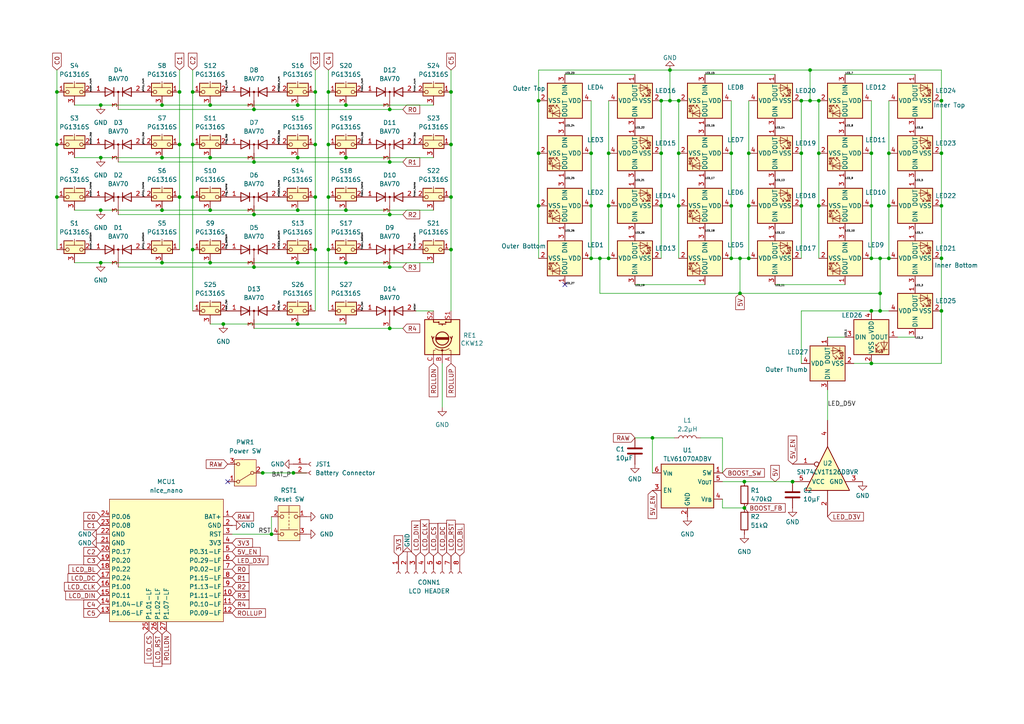
<source format=kicad_sch>
(kicad_sch (version 20250114) (generator "eeschema") (generator_version "9.0")
  (paper "A4")
  (junction (at 113.03 31.75))
  (junction (at 196.85 29.21))
  (junction (at 60.96 45.72))
  (junction (at 60.96 76.2))
  (junction (at 191.77 44.45))
  (junction (at 46.99 76.2))
  (junction (at 255.27 90.17))
  (junction (at 189.23 127))
  (junction (at 100.33 60.96))
  (junction (at 215.9 147.32))
  (junction (at 273.05 44.45))
  (junction (at 212.09 44.45))
  (junction (at 130.81 26.67))
  (junction (at 273.05 29.21))
  (junction (at 85.09 137.16))
  (junction (at 52.07 41.91))
  (junction (at 176.53 74.93))
  (junction (at 95.25 26.67))
  (junction (at 156.21 59.69))
  (junction (at 86.36 76.2))
  (junction (at 86.36 60.96))
  (junction (at 130.81 72.39))
  (junction (at 232.41 29.21))
  (junction (at 217.17 44.45))
  (junction (at 78.74 154.94))
  (junction (at 156.21 44.45))
  (junction (at 64.77 93.98))
  (junction (at 60.96 30.48))
  (junction (at 212.09 59.69))
  (junction (at 191.77 59.69))
  (junction (at 52.07 26.67))
  (junction (at 232.41 59.69))
  (junction (at 234.95 20.32))
  (junction (at 130.81 57.15))
  (junction (at 91.44 57.15))
  (junction (at 176.53 59.69))
  (junction (at 257.81 44.45))
  (junction (at 232.41 44.45))
  (junction (at 16.51 26.67))
  (junction (at 215.9 139.7))
  (junction (at 95.25 72.39))
  (junction (at 46.99 30.48))
  (junction (at 237.49 59.69))
  (junction (at 16.51 41.91))
  (junction (at 257.81 74.93))
  (junction (at 86.36 93.98))
  (junction (at 176.53 44.45))
  (junction (at 113.03 77.47))
  (junction (at 113.03 95.25))
  (junction (at 217.17 59.69))
  (junction (at 252.73 74.93))
  (junction (at 95.25 41.91))
  (junction (at 194.31 20.32))
  (junction (at 171.45 59.69))
  (junction (at 100.33 45.72))
  (junction (at 273.05 90.17))
  (junction (at 252.73 59.69))
  (junction (at 76.2 137.16))
  (junction (at 237.49 29.21))
  (junction (at 257.81 59.69))
  (junction (at 55.88 57.15))
  (junction (at 171.45 44.45))
  (junction (at 214.63 85.09))
  (junction (at 91.44 26.67))
  (junction (at 55.88 41.91))
  (junction (at 273.05 74.93))
  (junction (at 194.31 29.21))
  (junction (at 156.21 29.21))
  (junction (at 73.66 31.75))
  (junction (at 29.21 30.48))
  (junction (at 91.44 72.39))
  (junction (at 217.17 74.93))
  (junction (at 171.45 74.93))
  (junction (at 252.73 105.41))
  (junction (at 234.95 29.21))
  (junction (at 191.77 29.21))
  (junction (at 255.27 74.93))
  (junction (at 60.96 60.96))
  (junction (at 255.27 85.09))
  (junction (at 73.66 46.99))
  (junction (at 55.88 26.67))
  (junction (at 100.33 30.48))
  (junction (at 52.07 57.15))
  (junction (at 16.51 57.15))
  (junction (at 196.85 59.69))
  (junction (at 252.73 90.17))
  (junction (at 196.85 44.45))
  (junction (at 212.09 74.93))
  (junction (at 86.36 30.48))
  (junction (at 73.66 77.47))
  (junction (at 252.73 44.45))
  (junction (at 237.49 44.45))
  (junction (at 46.99 45.72))
  (junction (at 55.88 72.39))
  (junction (at 273.05 59.69))
  (junction (at 100.33 76.2))
  (junction (at 113.03 62.23))
  (junction (at 29.21 45.72))
  (junction (at 73.66 62.23))
  (junction (at 46.99 60.96))
  (junction (at 29.21 60.96))
  (junction (at 130.81 41.91))
  (junction (at 229.87 139.7))
  (junction (at 95.25 57.15))
  (junction (at 173.99 74.93))
  (junction (at 86.36 45.72))
  (junction (at 29.21 76.2))
  (junction (at 91.44 41.91))
  (junction (at 113.03 46.99))
  (junction (at 214.63 74.93))
  (no_connect (at 163.83 82.55))
  (no_connect (at 66.04 139.7))
  (wire (pts (xy 113.03 31.75) (xy 116.84 31.75)))
  (wire (pts (xy 88.9 137.16) (xy 85.09 137.16)))
  (wire (pts (xy 29.21 60.96) (xy 46.99 60.96)))
  (wire (pts (xy 34.29 77.47) (xy 73.66 77.47)))
  (wire (pts (xy 55.88 72.39) (xy 55.88 90.17)))
  (wire (pts (xy 86.36 93.98) (xy 100.33 93.98)))
  (wire (pts (xy 217.17 44.45) (xy 217.17 59.69)))
  (wire (pts (xy 184.15 82.55) (xy 204.47 82.55)))
  (wire (pts (xy 60.96 30.48) (xy 86.36 30.48)))
  (wire (pts (xy 46.99 76.2) (xy 60.96 76.2)))
  (wire (pts (xy 176.53 74.93) (xy 173.99 74.93)))
  (wire (pts (xy 156.21 29.21) (xy 156.21 44.45)))
  (wire (pts (xy 130.81 57.15) (xy 130.81 72.39)))
  (wire (pts (xy 91.44 57.15) (xy 91.44 72.39)))
  (wire (pts (xy 196.85 44.45) (xy 196.85 29.21)))
  (wire (pts (xy 212.09 29.21) (xy 212.09 44.45)))
  (wire (pts (xy 73.66 77.47) (xy 113.03 77.47)))
  (wire (pts (xy 273.05 44.45) (xy 273.05 59.69)))
  (wire (pts (xy 257.81 29.21) (xy 257.81 44.45)))
  (wire (pts (xy 214.63 74.93) (xy 212.09 74.93)))
  (wire (pts (xy 173.99 74.93) (xy 171.45 74.93)))
  (wire (pts (xy 260.35 97.79) (xy 265.43 97.79)))
  (wire (pts (xy 194.31 20.32) (xy 194.31 29.21)))
  (wire (pts (xy 95.25 72.39) (xy 95.25 90.17)))
  (wire (pts (xy 209.55 139.7) (xy 215.9 139.7)))
  (wire (pts (xy 91.44 41.91) (xy 91.44 57.15)))
  (wire (pts (xy 29.21 45.72) (xy 46.99 45.72)))
  (wire (pts (xy 252.73 59.69) (xy 252.73 74.93)))
  (wire (pts (xy 130.81 72.39) (xy 130.81 90.17)))
  (wire (pts (xy 156.21 59.69) (xy 156.21 74.93)))
  (wire (pts (xy 232.41 59.69) (xy 232.41 44.45)))
  (wire (pts (xy 214.63 85.09) (xy 255.27 85.09)))
  (wire (pts (xy 156.21 20.32) (xy 156.21 29.21)))
  (wire (pts (xy 173.99 85.09) (xy 173.99 74.93)))
  (wire (pts (xy 156.21 44.45) (xy 156.21 59.69)))
  (wire (pts (xy 91.44 26.67) (xy 91.44 41.91)))
  (wire (pts (xy 78.74 149.86) (xy 78.74 154.94)))
  (wire (pts (xy 128.27 118.11) (xy 128.27 105.41)))
  (wire (pts (xy 252.73 44.45) (xy 252.73 59.69)))
  (wire (pts (xy 113.03 46.99) (xy 116.84 46.99)))
  (wire (pts (xy 255.27 90.17) (xy 257.81 90.17)))
  (wire (pts (xy 21.59 45.72) (xy 29.21 45.72)))
  (wire (pts (xy 237.49 29.21) (xy 237.49 44.45)))
  (wire (pts (xy 176.53 29.21) (xy 176.53 44.45)))
  (wire (pts (xy 273.05 29.21) (xy 273.05 20.32)))
  (wire (pts (xy 232.41 105.41) (xy 232.41 90.17)))
  (wire (pts (xy 189.23 127) (xy 189.23 137.16)))
  (wire (pts (xy 240.03 113.03) (xy 240.03 121.92)))
  (wire (pts (xy 116.84 62.23) (xy 113.03 62.23)))
  (wire (pts (xy 257.81 59.69) (xy 257.81 74.93)))
  (wire (pts (xy 240.03 97.79) (xy 245.11 97.79)))
  (wire (pts (xy 196.85 59.69) (xy 196.85 44.45)))
  (wire (pts (xy 209.55 147.32) (xy 215.9 147.32)))
  (wire (pts (xy 21.59 76.2) (xy 29.21 76.2)))
  (wire (pts (xy 273.05 105.41) (xy 252.73 105.41)))
  (wire (pts (xy 55.88 20.32) (xy 55.88 26.67)))
  (wire (pts (xy 95.25 26.67) (xy 95.25 41.91)))
  (wire (pts (xy 214.63 85.09) (xy 214.63 74.93)))
  (wire (pts (xy 194.31 20.32) (xy 234.95 20.32)))
  (wire (pts (xy 113.03 95.25) (xy 73.66 95.25)))
  (wire (pts (xy 16.51 57.15) (xy 16.51 72.39)))
  (wire (pts (xy 60.96 93.98) (xy 64.77 93.98)))
  (wire (pts (xy 237.49 59.69) (xy 237.49 74.93)))
  (wire (pts (xy 100.33 45.72) (xy 125.73 45.72)))
  (wire (pts (xy 191.77 59.69) (xy 191.77 74.93)))
  (wire (pts (xy 46.99 45.72) (xy 60.96 45.72)))
  (wire (pts (xy 46.99 30.48) (xy 60.96 30.48)))
  (wire (pts (xy 16.51 41.91) (xy 16.51 57.15)))
  (wire (pts (xy 130.81 41.91) (xy 130.81 57.15)))
  (wire (pts (xy 86.36 45.72) (xy 100.33 45.72)))
  (wire (pts (xy 73.66 46.99) (xy 113.03 46.99)))
  (wire (pts (xy 60.96 60.96) (xy 86.36 60.96)))
  (wire (pts (xy 34.29 62.23) (xy 73.66 62.23)))
  (wire (pts (xy 52.07 57.15) (xy 52.07 72.39)))
  (wire (pts (xy 130.81 26.67) (xy 130.81 41.91)))
  (wire (pts (xy 217.17 74.93) (xy 214.63 74.93)))
  (wire (pts (xy 64.77 93.98) (xy 86.36 93.98)))
  (wire (pts (xy 203.2 127) (xy 209.55 127)))
  (wire (pts (xy 217.17 29.21) (xy 217.17 44.45)))
  (wire (pts (xy 176.53 44.45) (xy 176.53 59.69)))
  (wire (pts (xy 171.45 59.69) (xy 171.45 74.93)))
  (wire (pts (xy 232.41 29.21) (xy 234.95 29.21)))
  (wire (pts (xy 215.9 139.7) (xy 229.87 139.7)))
  (wire (pts (xy 52.07 20.32) (xy 52.07 26.67)))
  (wire (pts (xy 55.88 26.67) (xy 55.88 41.91)))
  (wire (pts (xy 16.51 26.67) (xy 16.51 41.91)))
  (wire (pts (xy 224.79 82.55) (xy 245.11 82.55)))
  (wire (pts (xy 232.41 44.45) (xy 232.41 29.21)))
  (wire (pts (xy 252.73 90.17) (xy 255.27 90.17)))
  (wire (pts (xy 273.05 90.17) (xy 273.05 105.41)))
  (wire (pts (xy 29.21 76.2) (xy 46.99 76.2)))
  (wire (pts (xy 255.27 85.09) (xy 255.27 74.93)))
  (wire (pts (xy 116.84 77.47) (xy 113.03 77.47)))
  (wire (pts (xy 21.59 60.96) (xy 29.21 60.96)))
  (wire (pts (xy 194.31 29.21) (xy 191.77 29.21)))
  (wire (pts (xy 194.31 20.32) (xy 156.21 20.32)))
  (wire (pts (xy 245.11 21.59) (xy 265.43 21.59)))
  (wire (pts (xy 91.44 72.39) (xy 91.44 90.17)))
  (wire (pts (xy 100.33 76.2) (xy 125.73 76.2)))
  (wire (pts (xy 273.05 59.69) (xy 273.05 74.93)))
  (wire (pts (xy 52.07 26.67) (xy 52.07 41.91)))
  (wire (pts (xy 232.41 74.93) (xy 232.41 59.69)))
  (wire (pts (xy 100.33 30.48) (xy 125.73 30.48)))
  (wire (pts (xy 217.17 59.69) (xy 217.17 74.93)))
  (wire (pts (xy 86.36 60.96) (xy 100.33 60.96)))
  (wire (pts (xy 60.96 45.72) (xy 86.36 45.72)))
  (wire (pts (xy 232.41 90.17) (xy 252.73 90.17)))
  (wire (pts (xy 255.27 85.09) (xy 255.27 90.17)))
  (wire (pts (xy 76.2 137.16) (xy 85.09 137.16)))
  (wire (pts (xy 171.45 44.45) (xy 171.45 59.69)))
  (wire (pts (xy 237.49 44.45) (xy 237.49 59.69)))
  (wire (pts (xy 212.09 44.45) (xy 212.09 59.69)))
  (wire (pts (xy 34.29 46.99) (xy 73.66 46.99)))
  (wire (pts (xy 234.95 29.21) (xy 234.95 20.32)))
  (wire (pts (xy 46.99 60.96) (xy 60.96 60.96)))
  (wire (pts (xy 273.05 74.93) (xy 273.05 90.17)))
  (wire (pts (xy 34.29 31.75) (xy 73.66 31.75)))
  (wire (pts (xy 196.85 74.93) (xy 196.85 59.69)))
  (wire (pts (xy 273.05 20.32) (xy 234.95 20.32)))
  (wire (pts (xy 273.05 29.21) (xy 273.05 44.45)))
  (wire (pts (xy 60.96 76.2) (xy 86.36 76.2)))
  (wire (pts (xy 184.15 127) (xy 189.23 127)))
  (wire (pts (xy 73.66 31.75) (xy 113.03 31.75)))
  (wire (pts (xy 252.73 74.93) (xy 255.27 74.93)))
  (wire (pts (xy 95.25 57.15) (xy 95.25 72.39)))
  (wire (pts (xy 125.73 90.17) (xy 120.65 90.17)))
  (wire (pts (xy 130.81 20.32) (xy 130.81 26.67)))
  (wire (pts (xy 16.51 20.32) (xy 16.51 26.67)))
  (wire (pts (xy 191.77 29.21) (xy 191.77 44.45)))
  (wire (pts (xy 252.73 29.21) (xy 252.73 44.45)))
  (wire (pts (xy 176.53 59.69) (xy 176.53 74.93)))
  (wire (pts (xy 204.47 21.59) (xy 224.79 21.59)))
  (wire (pts (xy 52.07 41.91) (xy 52.07 57.15)))
  (wire (pts (xy 212.09 59.69) (xy 212.09 74.93)))
  (wire (pts (xy 214.63 85.09) (xy 173.99 85.09)))
  (wire (pts (xy 21.59 30.48) (xy 29.21 30.48)))
  (wire (pts (xy 86.36 76.2) (xy 100.33 76.2)))
  (wire (pts (xy 100.33 60.96) (xy 125.73 60.96)))
  (wire (pts (xy 247.65 105.41) (xy 252.73 105.41)))
  (wire (pts (xy 209.55 144.78) (xy 209.55 147.32)))
  (wire (pts (xy 95.25 41.91) (xy 95.25 57.15)))
  (wire (pts (xy 55.88 41.91) (xy 55.88 57.15)))
  (wire (pts (xy 171.45 29.21) (xy 171.45 44.45)))
  (wire (pts (xy 91.44 20.32) (xy 91.44 26.67)))
  (wire (pts (xy 209.55 127) (xy 209.55 137.16)))
  (wire (pts (xy 74.93 137.16) (xy 76.2 137.16)))
  (wire (pts (xy 95.25 20.32) (xy 95.25 26.67)))
  (wire (pts (xy 86.36 30.48) (xy 100.33 30.48)))
  (wire (pts (xy 194.31 29.21) (xy 196.85 29.21)))
  (wire (pts (xy 163.83 21.59) (xy 184.15 21.59)))
  (wire (pts (xy 257.81 44.45) (xy 257.81 59.69)))
  (wire (pts (xy 189.23 127) (xy 195.58 127)))
  (wire (pts (xy 55.88 57.15) (xy 55.88 72.39)))
  (wire (pts (xy 73.66 62.23) (xy 113.03 62.23)))
  (wire (pts (xy 191.77 44.45) (xy 191.77 59.69)))
  (wire (pts (xy 116.84 95.25) (xy 113.03 95.25)))
  (wire (pts (xy 234.95 29.21) (xy 237.49 29.21)))
  (wire (pts (xy 67.31 154.94) (xy 78.74 154.94)))
  (wire (pts (xy 29.21 30.48) (xy 46.99 30.48)))
  (wire (pts (xy 255.27 74.93) (xy 257.81 74.93)))
  (label "LED_1" (at 245.11 97.79 90) (effects (font (size 0.5 0.5))))
  (label "outer_num" (at 26.67 26.67 90) (effects (font (size 0.5 0.5))))
  (label "LED_17" (at 204.47 52.07 0) (effects (font (size 0.5 0.5))))
  (label "inner_top" (at 120.65 41.91 90) (effects (font (size 0.5 0.5))))
  (label "LED_15" (at 204.47 21.59 0) (effects (font (size 0.5 0.5))))
  (label "LED_18" (at 204.47 67.31 0) (effects (font (size 0.5 0.5))))
  (label "pinky_num" (at 41.91 26.67 90) (effects (font (size 0.5 0.5))))
  (label "near_fan" (at 66.04 90.17 90) (effects (font (size 0.5 0.5))))
  (label "pinky_home" (at 41.91 57.15 90) (effects (font (size 0.5 0.5))))
  (label "LED_27" (at 163.83 82.55 0) (effects (font (size 0.5 0.5))))
  (label "inner_home" (at 120.65 57.15 90) (effects (font (size 0.5 0.5))))
  (label "index_bottom" (at 105.41 72.39 90) (effects (font (size 0.5 0.5))))
  (label "LED_D5V" (at 240.03 118.11 0))
  (label "LED_2" (at 265.43 97.79 0) (effects (font (size 0.5 0.5))))
  (label "LED_13" (at 224.79 52.07 0) (effects (font (size 0.5 0.5))))
  (label "LED_22" (at 184.15 36.83 0) (effects (font (size 0.5 0.5))))
  (label "index_top" (at 105.41 41.91 90) (effects (font (size 0.5 0.5))))
  (label "LED_19" (at 184.15 82.55 0) (effects (font (size 0.5 0.5))))
  (label "LED_26" (at 163.83 67.31 0) (effects (font (size 0.5 0.5))))
  (label "LED_20" (at 184.15 67.31 0) (effects (font (size 0.5 0.5))))
  (label "index_home" (at 105.41 57.15 90) (effects (font (size 0.5 0.5))))
  (label "pinky_top" (at 41.91 41.91 90) (effects (font (size 0.5 0.5))))
  (label "LED_25" (at 163.83 52.07 0) (effects (font (size 0.5 0.5))))
  (label "middle_bottom" (at 81.28 72.39 90) (effects (font (size 0.5 0.5))))
  (label "LED_11" (at 224.79 82.55 0) (effects (font (size 0.5 0.5))))
  (label "ring_top" (at 66.04 41.91 90) (effects (font (size 0.5 0.5))))
  (label "outer_home" (at 26.67 57.15 90) (effects (font (size 0.5 0.5))))
  (label "LED_21" (at 184.15 52.07 0) (effects (font (size 0.5 0.5))))
  (label "LED_24" (at 163.83 36.83 0) (effects (font (size 0.5 0.5))))
  (label "ring_bottom" (at 66.04 72.39 90) (effects (font (size 0.5 0.5))))
  (label "ring_num" (at 66.04 26.67 90) (effects (font (size 0.5 0.5))))
  (label "LED_6" (at 265.43 36.83 0) (effects (font (size 0.5 0.5))))
  (label "LED_16" (at 204.47 36.83 0) (effects (font (size 0.5 0.5))))
  (label "LED_7" (at 245.11 21.59 0) (effects (font (size 0.5 0.5))))
  (label "LED_8" (at 245.11 36.83 0) (effects (font (size 0.5 0.5))))
  (label "LED_3" (at 265.43 82.55 0) (effects (font (size 0.5 0.5))))
  (label "LED_4" (at 265.43 67.31 0) (effects (font (size 0.5 0.5))))
  (label "index_num" (at 105.41 26.67 90) (effects (font (size 0.5 0.5))))
  (label "outer_top" (at 26.67 41.91 90) (effects (font (size 0.5 0.5))))
  (label "mid_fan" (at 81.28 90.17 90) (effects (font (size 0.5 0.5))))
  (label "middle_num" (at 81.28 26.67 90) (effects (font (size 0.5 0.5))))
  (label "LED_10" (at 245.11 67.31 0) (effects (font (size 0.5 0.5))))
  (label "LED_23" (at 163.83 21.59 0) (effects (font (size 0.5 0.5))))
  (label "LED_14" (at 224.79 36.83 0) (effects (font (size 0.5 0.5))))
  (label "outer_bottom" (at 26.67 72.39 90) (effects (font (size 0.5 0.5))))
  (label "far_fan" (at 105.41 90.17 90) (effects (font (size 0.5 0.5))))
  (label "LED_12" (at 224.79 67.31 0) (effects (font (size 0.5 0.5))))
  (label "roller" (at 120.65 90.17 90) (effects (font (size 0.5 0.5))))
  (label "pinky_bottom" (at 41.91 72.39 90) (effects (font (size 0.5 0.5))))
  (label "inner_bottom" (at 120.65 72.39 90) (effects (font (size 0.5 0.5))))
  (label "middle_home" (at 81.28 57.15 90) (effects (font (size 0.5 0.5))))
  (label "ring_home" (at 66.04 57.15 90) (effects (font (size 0.5 0.5))))
  (label "LED_9" (at 245.11 52.07 0) (effects (font (size 0.5 0.5))))
  (label "inner_num" (at 120.65 26.67 90) (effects (font (size 0.5 0.5))))
  (label "middle_top" (at 81.28 41.91 90) (effects (font (size 0.5 0.5))))
  (label "BAT_P" (at 78.74 137.16 0))
  (label "LED_5" (at 265.43 52.07 0) (effects (font (size 0.5 0.5))))
  (label "RST" (at 74.93 154.94 0))
  (global_label "BOOST_FB" (shape input) (at 215.9 147.32 0) (property "Intersheetrefs" "${INTERSHEET_REFS}" (effects (hide yes))))
  (global_label "LCD_DC" (shape input) (at 29.21 167.64 180) (property "Intersheetrefs" "${INTERSHEET_REFS}" (effects (hide yes))))
  (global_label "5V" (shape input) (at 214.63 85.09 270) (property "Intersheetrefs" "${INTERSHEET_REFS}" (effects (hide yes))))
  (global_label "R4" (shape input) (at 116.84 95.25 0) (property "Intersheetrefs" "${INTERSHEET_REFS}" (effects (hide yes))))
  (global_label "3V3" (shape input) (at 67.31 157.48 0) (property "Intersheetrefs" "${INTERSHEET_REFS}" (effects (hide yes))))
  (global_label "5V" (shape input) (at 224.79 139.7 90) (property "Intersheetrefs" "${INTERSHEET_REFS}" (effects (hide yes))))
  (global_label "LCD_DIN" (shape input) (at 120.65 161.29 90) (property "Intersheetrefs" "${INTERSHEET_REFS}" (effects (hide yes))))
  (global_label "R1" (shape input) (at 116.84 46.99 0) (property "Intersheetrefs" "${INTERSHEET_REFS}" (effects (hide yes))))
  (global_label "R4" (shape input) (at 67.31 175.26 0) (property "Intersheetrefs" "${INTERSHEET_REFS}" (effects (hide yes))))
  (global_label "LCD_BL" (shape input) (at 133.35 161.29 90) (property "Intersheetrefs" "${INTERSHEET_REFS}" (effects (hide yes))))
  (global_label "LCD_DC" (shape input) (at 128.27 161.29 90) (property "Intersheetrefs" "${INTERSHEET_REFS}" (effects (hide yes))))
  (global_label "LED_D3V" (shape input) (at 240.03 149.86 0) (property "Intersheetrefs" "${INTERSHEET_REFS}" (effects (hide yes))))
  (global_label "5V_EN" (shape input) (at 189.23 142.24 270) (property "Intersheetrefs" "${INTERSHEET_REFS}" (effects (hide yes))))
  (global_label "ROLLDN" (shape input) (at 48.26 182.88 270) (property "Intersheetrefs" "${INTERSHEET_REFS}" (effects (hide yes))))
  (global_label "C4" (shape input) (at 29.21 175.26 180) (property "Intersheetrefs" "${INTERSHEET_REFS}" (effects (hide yes))))
  (global_label "C1" (shape input) (at 29.21 152.4 180) (property "Intersheetrefs" "${INTERSHEET_REFS}" (effects (hide yes))))
  (global_label "C3" (shape input) (at 29.21 162.56 180) (property "Intersheetrefs" "${INTERSHEET_REFS}" (effects (hide yes))))
  (global_label "LCD_RST" (shape input) (at 45.72 182.88 270) (property "Intersheetrefs" "${INTERSHEET_REFS}" (effects (hide yes))))
  (global_label "R2" (shape input) (at 67.31 170.18 0) (property "Intersheetrefs" "${INTERSHEET_REFS}" (effects (hide yes))))
  (global_label "R0" (shape input) (at 116.84 31.75 0) (property "Intersheetrefs" "${INTERSHEET_REFS}" (effects (hide yes))))
  (global_label "R1" (shape input) (at 67.31 167.64 0) (property "Intersheetrefs" "${INTERSHEET_REFS}" (effects (hide yes))))
  (global_label "5V_EN" (shape input) (at 67.31 160.02 0) (property "Intersheetrefs" "${INTERSHEET_REFS}" (effects (hide yes))))
  (global_label "R2" (shape input) (at 116.84 62.23 0) (property "Intersheetrefs" "${INTERSHEET_REFS}" (effects (hide yes))))
  (global_label "LCD_BL" (shape input) (at 29.21 165.1 180) (property "Intersheetrefs" "${INTERSHEET_REFS}" (effects (hide yes))))
  (global_label "C2" (shape input) (at 55.88 20.32 90) (property "Intersheetrefs" "${INTERSHEET_REFS}" (effects (hide yes))))
  (global_label "RAW" (shape input) (at 67.31 149.86 0) (property "Intersheetrefs" "${INTERSHEET_REFS}" (effects (hide yes))))
  (global_label "RAW" (shape input) (at 66.04 134.62 180) (property "Intersheetrefs" "${INTERSHEET_REFS}" (effects (hide yes))))
  (global_label "LCD_DIN" (shape input) (at 29.21 172.72 180) (property "Intersheetrefs" "${INTERSHEET_REFS}" (effects (hide yes))))
  (global_label "ROLLUP" (shape input) (at 130.81 105.41 270) (property "Intersheetrefs" "${INTERSHEET_REFS}" (effects (hide yes))))
  (global_label "C3" (shape input) (at 91.44 20.32 90) (property "Intersheetrefs" "${INTERSHEET_REFS}" (effects (hide yes))))
  (global_label "R3" (shape input) (at 116.84 77.47 0) (property "Intersheetrefs" "${INTERSHEET_REFS}" (effects (hide yes))))
  (global_label "C0" (shape input) (at 16.51 20.32 90) (property "Intersheetrefs" "${INTERSHEET_REFS}" (effects (hide yes))))
  (global_label "LCD_CLK" (shape input) (at 29.21 170.18 180) (property "Intersheetrefs" "${INTERSHEET_REFS}" (effects (hide yes))))
  (global_label "LCD_CS" (shape input) (at 43.18 182.88 270) (property "Intersheetrefs" "${INTERSHEET_REFS}" (effects (hide yes))))
  (global_label "BOOST_SW" (shape input) (at 209.55 137.16 0) (property "Intersheetrefs" "${INTERSHEET_REFS}" (effects (hide yes))))
  (global_label "C4" (shape input) (at 95.25 20.32 90) (property "Intersheetrefs" "${INTERSHEET_REFS}" (effects (hide yes))))
  (global_label "C5" (shape input) (at 130.81 20.32 90) (property "Intersheetrefs" "${INTERSHEET_REFS}" (effects (hide yes))))
  (global_label "R0" (shape input) (at 67.31 165.1 0) (property "Intersheetrefs" "${INTERSHEET_REFS}" (effects (hide yes))))
  (global_label "ROLLUP" (shape input) (at 67.31 177.8 0) (property "Intersheetrefs" "${INTERSHEET_REFS}" (effects (hide yes))))
  (global_label "R3" (shape input) (at 67.31 172.72 0) (property "Intersheetrefs" "${INTERSHEET_REFS}" (effects (hide yes))))
  (global_label "C2" (shape input) (at 29.21 160.02 180) (property "Intersheetrefs" "${INTERSHEET_REFS}" (effects (hide yes))))
  (global_label "LED_D3V" (shape input) (at 67.31 162.56 0) (property "Intersheetrefs" "${INTERSHEET_REFS}" (effects (hide yes))))
  (global_label "ROLLDN" (shape input) (at 125.73 105.41 270) (property "Intersheetrefs" "${INTERSHEET_REFS}" (effects (hide yes))))
  (global_label "RAW" (shape input) (at 184.15 127 180) (property "Intersheetrefs" "${INTERSHEET_REFS}" (effects (hide yes))))
  (global_label "5V_EN" (shape input) (at 229.87 134.62 90) (property "Intersheetrefs" "${INTERSHEET_REFS}" (effects (hide yes))))
  (global_label "3V3" (shape input) (at 115.57 161.29 90) (property "Intersheetrefs" "${INTERSHEET_REFS}" (effects (hide yes))))
  (global_label "C5" (shape input) (at 29.21 177.8 180) (property "Intersheetrefs" "${INTERSHEET_REFS}" (effects (hide yes))))
  (global_label "LCD_CLK" (shape input) (at 123.19 161.29 90) (property "Intersheetrefs" "${INTERSHEET_REFS}" (effects (hide yes))))
  (global_label "LCD_CS" (shape input) (at 125.73 161.29 90) (property "Intersheetrefs" "${INTERSHEET_REFS}" (effects (hide yes))))
  (global_label "LCD_RST" (shape input) (at 130.81 161.29 90) (property "Intersheetrefs" "${INTERSHEET_REFS}" (effects (hide yes))))
  (global_label "C1" (shape input) (at 52.07 20.32 90) (property "Intersheetrefs" "${INTERSHEET_REFS}" (effects (hide yes))))
  (global_label "C0" (shape input) (at 29.21 149.86 180) (property "Intersheetrefs" "${INTERSHEET_REFS}" (effects (hide yes))))
  (symbol (lib_id "Diode:BAV70") (at 73.66 41.91 0) (unit 1)
    (property "Reference" "D7" (at 73.66 35.56 0))
    (property "Value" "BAV70" (at 73.66 38.1 0))
    (property "Footprint" "BAV70 SOT23" (effects (hide yes)))
    (property "Datasheet" "https://assets.nexperia.com/documents/data-sheet/BAV70_SER.pdf" (effects (hide yes)))
    (property "Description" "Dual 100V 215mA high-speed switching diodes, common cathode, SOT-23" (effects (hide yes)))
  )
  (symbol (lib_id "Device:L") (at 199.39 127 90) (unit 1)
    (property "Reference" "L1" (at 199.39 121.92 90))
    (property "Value" "2.2μH" (at 199.39 124.46 90))
    (property "Footprint" "huntercook:L_CJIANG_FTC404030S_4.1x4.1x3.0_SMD" (effects (hide yes)))
    (property "Description" "Inductor" (effects (hide yes)))
  )
  (symbol (lib_id "Diode:BAV70") (at 34.29 26.67 0) (unit 1)
    (property "Reference" "D4" (at 34.29 20.32 0))
    (property "Value" "BAV70" (at 34.29 22.86 0))
    (property "Footprint" "BAV70 SOT23" (effects (hide yes)))
    (property "Datasheet" "https://assets.nexperia.com/documents/data-sheet/BAV70_SER.pdf" (effects (hide yes)))
    (property "Description" "Dual 100V 215mA high-speed switching diodes, common cathode, SOT-23" (effects (hide yes)))
  )
  (symbol (lib_id "Diode:BAV70") (at 113.03 72.39 0) (unit 1)
    (property "Reference" "D9" (at 113.03 66.04 0))
    (property "Value" "BAV70" (at 113.03 68.58 0))
    (property "Footprint" "BAV70 SOT23" (effects (hide yes)))
    (property "Datasheet" "https://assets.nexperia.com/documents/data-sheet/BAV70_SER.pdf" (effects (hide yes)))
    (property "Description" "Dual 100V 215mA high-speed switching diodes, common cathode, SOT-23" (effects (hide yes)))
  )
  (symbol (lib_id "LED:WS2812B-2020") (at 224.79 59.69 90) (unit 1)
    (property "Reference" "LED18" (at 233.68 56.7846 90))
    (property "Value" "WS2812B-2020" (effects (hide yes)))
    (property "Footprint" "LED_WS2812B-2020_PLCC4_2.0x2.0mm" (effects (hide yes)))
    (property "Datasheet" "https://cdn-shop.adafruit.com/product-files/4684/4684_WS2812B-2020_V1.3_EN.pdf" (effects (hide yes)))
    (property "Description" "RGB LED with integrated controller, 2.0 x 2.0 mm, 12 mA" (effects (hide yes)))
  )
  (symbol (lib_id "LED:WS2812B-2020") (at 204.47 59.69 270) (unit 1)
    (property "Reference" "LED6" (at 213.36 55.8098 90))
    (property "Value" "WS2812B-2020" (effects (hide yes)))
    (property "Footprint" "LED_WS2812B-2020_PLCC4_2.0x2.0mm" (effects (hide yes)))
    (property "Datasheet" "https://cdn-shop.adafruit.com/product-files/4684/4684_WS2812B-2020_V1.3_EN.pdf" (effects (hide yes)))
    (property "Description" "RGB LED with integrated controller, 2.0 x 2.0 mm, 12 mA" (effects (hide yes)))
  )
  (symbol (lib_id "LED:WS2812B-2020") (at 224.79 29.21 90) (unit 1)
    (property "Reference" "LED20" (at 233.68 26.3046 90))
    (property "Value" "WS2812B-2020" (effects (hide yes)))
    (property "Footprint" "LED_WS2812B-2020_PLCC4_2.0x2.0mm" (effects (hide yes)))
    (property "Datasheet" "https://cdn-shop.adafruit.com/product-files/4684/4684_WS2812B-2020_V1.3_EN.pdf" (effects (hide yes)))
    (property "Description" "RGB LED with integrated controller, 2.0 x 2.0 mm, 12 mA" (effects (hide yes)))
  )
  (symbol (lib_id "huntercooh:PG1316S") (at 46.99 41.91 0) (mirror y) (unit 1)
    (property "Reference" "S7" (at 46.99 34.29 0))
    (property "Value" "PG1316S" (at 46.99 36.83 0))
    (property "Footprint" "PG1316S" (effects (hide yes)))
    (property "Description" "Kailh PG1316S ultra-low-profile keyswitch" (effects (hide yes)))
  )
  (symbol (lib_id "huntercooh:PG1316S") (at 125.73 41.91 0) (mirror y) (unit 1)
    (property "Reference" "S23" (at 125.73 34.29 0))
    (property "Value" "PG1316S" (at 125.73 36.83 0))
    (property "Footprint" "PG1316S" (effects (hide yes)))
    (property "Description" "Kailh PG1316S ultra-low-profile keyswitch" (effects (hide yes)))
  )
  (symbol (lib_id "huntercooh:PG1316S") (at 125.73 72.39 0) (mirror y) (unit 1)
    (property "Reference" "S21" (at 125.73 64.77 0))
    (property "Value" "PG1316S" (at 125.73 67.31 0))
    (property "Footprint" "PG1316S" (effects (hide yes)))
    (property "Description" "Kailh PG1316S ultra-low-profile keyswitch" (effects (hide yes)))
  )
  (symbol (lib_id "LED:WS2812B-2020") (at 163.83 29.21 270) (unit 1)
    (property "Reference" "LED4" (at 172.72 25.3298 90))
    (property "Value" "Outer Top" (at 153.416 25.654 90))
    (property "Footprint" "LED_WS2812B-2020_PLCC4_2.0x2.0mm" (effects (hide yes)))
    (property "Datasheet" "https://cdn-shop.adafruit.com/product-files/4684/4684_WS2812B-2020_V1.3_EN.pdf" (effects (hide yes)))
    (property "Description" "RGB LED with integrated controller, 2.0 x 2.0 mm, 12 mA" (effects (hide yes)))
  )
  (symbol (lib_id "huntercooh:PG1316S") (at 21.59 26.67 0) (unit 1)
    (property "Reference" "S4" (at 21.59 19.05 0))
    (property "Value" "PG1316S" (at 21.59 21.59 0))
    (property "Footprint" "PG1316S" (effects (hide yes)))
    (property "Description" "Kailh PG1316S ultra-low-profile keyswitch" (effects (hide yes)))
  )
  (symbol (lib_id "Connector:Conn_01x02_Socket") (at 90.17 134.62 0) (unit 1)
    (property "Reference" "JST1" (at 91.44 134.6199 0) (effects (justify left)))
    (property "Value" "Battery Connector" (at 91.44 137.1599 0) (effects (justify left)))
    (property "Footprint" "ceoloide:battery_connector_jst_ph_2" (effects (hide yes)))
    (property "Description" "Generic connector, single row, 01x02, script generated" (effects (hide yes)))
  )
  (symbol (lib_id "LED:WS2812B-2020") (at 184.15 29.21 90) (unit 1)
    (property "Reference" "LED16" (at 193.04 26.3046 90))
    (property "Value" "WS2812B-2020" (effects (hide yes)))
    (property "Footprint" "LED_WS2812B-2020_PLCC4_2.0x2.0mm" (effects (hide yes)))
    (property "Datasheet" "https://cdn-shop.adafruit.com/product-files/4684/4684_WS2812B-2020_V1.3_EN.pdf" (effects (hide yes)))
    (property "Description" "RGB LED with integrated controller, 2.0 x 2.0 mm, 12 mA" (effects (hide yes)))
  )
  (symbol (lib_id "power:GND") (at 184.15 134.62 0) (unit 1)
    (property "Reference" "#PWR07" (effects (hide yes)))
    (property "Value" "GND" (at 184.15 138.938 0))
    (property "Description" "Power symbol creates a global label with name \"GND\" , ground" (effects (hide yes)))
  )
  (symbol (lib_id "huntercooh:PG1316S") (at 46.99 26.67 0) (mirror y) (unit 1)
    (property "Reference" "S8" (at 46.99 19.05 0))
    (property "Value" "PG1316S" (at 46.99 21.59 0))
    (property "Footprint" "PG1316S" (effects (hide yes)))
    (property "Description" "Kailh PG1316S ultra-low-profile keyswitch" (effects (hide yes)))
  )
  (symbol (lib_id "power:GND") (at 215.9 154.94 0) (unit 1)
    (property "Reference" "#PWR09" (effects (hide yes)))
    (property "Value" "GND" (at 215.9 160.02 0))
    (property "Description" "Power symbol creates a global label with name \"GND\" , ground" (effects (hide yes)))
  )
  (symbol (lib_id "power:GND") (at 29.21 60.96 0) (unit 1)
    (property "Reference" "#PWR04" (effects (hide yes)))
    (property "Value" "GND" (at 29.21 66.04 0))
    (property "Description" "Power symbol creates a global label with name \"GND\" , ground" (effects (hide yes)))
  )
  (symbol (lib_id "power:GND") (at 250.19 139.7 0) (unit 1)
    (property "Reference" "#PWR011" (effects (hide yes)))
    (property "Value" "GND" (at 250.19 143.764 0))
    (property "Description" "Power symbol creates a global label with name \"GND\" , ground" (effects (hide yes)))
  )
  (symbol (lib_id "power:GND") (at 128.27 118.11 0) (unit 1)
    (property "Reference" "#PWR01" (effects (hide yes)))
    (property "Value" "GND" (at 128.27 123.19 0))
    (property "Description" "Power symbol creates a global label with name \"GND\" , ground" (effects (hide yes)))
  )
  (symbol (lib_id "Device:C") (at 184.15 130.81 0) (unit 1)
    (property "Reference" "C1" (at 178.562 130.302 0) (effects (justify left)))
    (property "Value" "10μF" (at 178.562 132.842 0) (effects (justify left)))
    (property "Footprint" "Capacitor_SMD:C_0603_1608Metric" (effects (hide yes)))
    (property "Description" "Unpolarized capacitor" (effects (hide yes)))
  )
  (symbol (lib_id "LED:WS2812B-2020") (at 224.79 74.93 90) (unit 1)
    (property "Reference" "LED17" (at 233.68 72.0246 90))
    (property "Value" "WS2812B-2020" (effects (hide yes)))
    (property "Footprint" "LED_WS2812B-2020_PLCC4_2.0x2.0mm" (effects (hide yes)))
    (property "Datasheet" "https://cdn-shop.adafruit.com/product-files/4684/4684_WS2812B-2020_V1.3_EN.pdf" (effects (hide yes)))
    (property "Description" "RGB LED with integrated controller, 2.0 x 2.0 mm, 12 mA" (effects (hide yes)))
  )
  (symbol (lib_id "Diode:BAV70") (at 113.03 26.67 0) (unit 1)
    (property "Reference" "D12" (at 113.03 20.32 0))
    (property "Value" "BAV70" (at 113.03 22.86 0))
    (property "Footprint" "BAV70 SOT23" (effects (hide yes)))
    (property "Datasheet" "https://assets.nexperia.com/documents/data-sheet/BAV70_SER.pdf" (effects (hide yes)))
    (property "Description" "Dual 100V 215mA high-speed switching diodes, common cathode, SOT-23" (effects (hide yes)))
  )
  (symbol (lib_id "Diode:BAV70") (at 34.29 57.15 0) (unit 1)
    (property "Reference" "D2" (at 34.29 50.8 0))
    (property "Value" "BAV70" (at 34.29 53.34 0))
    (property "Footprint" "BAV70 SOT23" (effects (hide yes)))
    (property "Datasheet" "https://assets.nexperia.com/documents/data-sheet/BAV70_SER.pdf" (effects (hide yes)))
    (property "Description" "Dual 100V 215mA high-speed switching diodes, common cathode, SOT-23" (effects (hide yes)))
  )
  (symbol (lib_id "huntercooh:PG1316S") (at 125.73 57.15 0) (mirror y) (unit 1)
    (property "Reference" "S22" (at 125.73 49.53 0))
    (property "Value" "PG1316S" (at 125.73 52.07 0))
    (property "Footprint" "PG1316S" (effects (hide yes)))
    (property "Description" "Kailh PG1316S ultra-low-profile keyswitch" (effects (hide yes)))
  )
  (symbol (lib_id "huntercooh:PG1316S") (at 100.33 41.91 0) (unit 1)
    (property "Reference" "S19" (at 100.33 34.29 0))
    (property "Value" "PG1316S" (at 100.33 36.83 0))
    (property "Footprint" "PG1316S" (effects (hide yes)))
    (property "Description" "Kailh PG1316S ultra-low-profile keyswitch" (effects (hide yes)))
  )
  (symbol (lib_id "huntercooh:PG1316S") (at 21.59 72.39 0) (unit 1)
    (property "Reference" "S1" (at 21.59 64.77 0))
    (property "Value" "PG1316S" (at 21.59 67.31 0))
    (property "Footprint" "PG1316S" (effects (hide yes)))
    (property "Description" "Kailh PG1316S ultra-low-profile keyswitch" (effects (hide yes)))
  )
  (symbol (lib_id "LED:WS2812B-2020") (at 265.43 90.17 90) (unit 1)
    (property "Reference" "LED25" (at 274.32 87.2646 90))
    (property "Value" "WS2812B-2020" (effects (hide yes)))
    (property "Footprint" "LED_WS2812B-2020_PLCC4_2.0x2.0mm" (effects (hide yes)))
    (property "Datasheet" "https://cdn-shop.adafruit.com/product-files/4684/4684_WS2812B-2020_V1.3_EN.pdf" (effects (hide yes)))
    (property "Description" "RGB LED with integrated controller, 2.0 x 2.0 mm, 12 mA" (effects (hide yes)))
  )
  (symbol (lib_id "LED:WS2812B-2020") (at 184.15 59.69 90) (unit 1)
    (property "Reference" "LED14" (at 193.04 56.7846 90))
    (property "Value" "WS2812B-2020" (effects (hide yes)))
    (property "Footprint" "LED_WS2812B-2020_PLCC4_2.0x2.0mm" (effects (hide yes)))
    (property "Datasheet" "https://cdn-shop.adafruit.com/product-files/4684/4684_WS2812B-2020_V1.3_EN.pdf" (effects (hide yes)))
    (property "Description" "RGB LED with integrated controller, 2.0 x 2.0 mm, 12 mA" (effects (hide yes)))
  )
  (symbol (lib_id "LED:WS2812B-2020") (at 163.83 74.93 270) (unit 1)
    (property "Reference" "LED1" (at 172.72 71.0498 90))
    (property "Value" "Outer Bottom" (at 151.892 71.374 90))
    (property "Footprint" "LED_WS2812B-2020_PLCC4_2.0x2.0mm" (effects (hide yes)))
    (property "Datasheet" "https://cdn-shop.adafruit.com/product-files/4684/4684_WS2812B-2020_V1.3_EN.pdf" (effects (hide yes)))
    (property "Description" "RGB LED with integrated controller, 2.0 x 2.0 mm, 12 mA" (effects (hide yes)))
  )
  (symbol (lib_id "power:GND") (at 29.21 45.72 0) (unit 1)
    (property "Reference" "#PWR05" (effects (hide yes)))
    (property "Value" "GND" (at 29.21 50.8 0))
    (property "Description" "Power symbol creates a global label with name \"GND\" , ground" (effects (hide yes)))
  )
  (symbol (lib_id "Diode:BAV70") (at 113.03 90.17 0) (unit 1)
    (property "Reference" "D14" (at 113.03 83.82 0))
    (property "Value" "BAV70" (at 113.03 86.36 0))
    (property "Footprint" "BAV70 SOT23" (effects (hide yes)))
    (property "Datasheet" "https://assets.nexperia.com/documents/data-sheet/BAV70_SER.pdf" (effects (hide yes)))
    (property "Description" "Dual 100V 215mA high-speed switching diodes, common cathode, SOT-23" (effects (hide yes)))
  )
  (symbol (lib_id "LED:WS2812B-2020") (at 184.15 74.93 90) (unit 1)
    (property "Reference" "LED13" (at 193.04 72.0246 90))
    (property "Value" "WS2812B-2020" (effects (hide yes)))
    (property "Footprint" "LED_WS2812B-2020_PLCC4_2.0x2.0mm" (effects (hide yes)))
    (property "Datasheet" "https://cdn-shop.adafruit.com/product-files/4684/4684_WS2812B-2020_V1.3_EN.pdf" (effects (hide yes)))
    (property "Description" "RGB LED with integrated controller, 2.0 x 2.0 mm, 12 mA" (effects (hide yes)))
  )
  (symbol (lib_id "huntercooh:PG1316S") (at 100.33 57.15 0) (unit 1)
    (property "Reference" "S18" (at 100.33 49.53 0))
    (property "Value" "PG1316S" (at 100.33 52.07 0))
    (property "Footprint" "PG1316S" (effects (hide yes)))
    (property "Description" "Kailh PG1316S ultra-low-profile keyswitch" (effects (hide yes)))
  )
  (symbol (lib_id "Diode:BAV70") (at 34.29 41.91 0) (unit 1)
    (property "Reference" "D3" (at 34.29 35.56 0))
    (property "Value" "BAV70" (at 34.29 38.1 0))
    (property "Footprint" "BAV70 SOT23" (effects (hide yes)))
    (property "Datasheet" "https://assets.nexperia.com/documents/data-sheet/BAV70_SER.pdf" (effects (hide yes)))
    (property "Description" "Dual 100V 215mA high-speed switching diodes, common cathode, SOT-23" (effects (hide yes)))
  )
  (symbol (lib_id "LED:WS2812B-2020") (at 245.11 59.69 270) (unit 1)
    (property "Reference" "LED10" (at 254 55.8098 90))
    (property "Value" "WS2812B-2020" (effects (hide yes)))
    (property "Footprint" "LED_WS2812B-2020_PLCC4_2.0x2.0mm" (effects (hide yes)))
    (property "Datasheet" "https://cdn-shop.adafruit.com/product-files/4684/4684_WS2812B-2020_V1.3_EN.pdf" (effects (hide yes)))
    (property "Description" "RGB LED with integrated controller, 2.0 x 2.0 mm, 12 mA" (effects (hide yes)))
  )
  (symbol (lib_id "LED:WS2812B-2020") (at 184.15 44.45 90) (unit 1)
    (property "Reference" "LED15" (at 193.04 41.5446 90))
    (property "Value" "WS2812B-2020" (effects (hide yes)))
    (property "Footprint" "LED_WS2812B-2020_PLCC4_2.0x2.0mm" (effects (hide yes)))
    (property "Datasheet" "https://cdn-shop.adafruit.com/product-files/4684/4684_WS2812B-2020_V1.3_EN.pdf" (effects (hide yes)))
    (property "Description" "RGB LED with integrated controller, 2.0 x 2.0 mm, 12 mA" (effects (hide yes)))
  )
  (symbol (lib_id "huntercooh:PG1316S") (at 46.99 57.15 0) (mirror y) (unit 1)
    (property "Reference" "S6" (at 46.99 49.53 0))
    (property "Value" "PG1316S" (at 46.99 52.07 0))
    (property "Footprint" "PG1316S" (effects (hide yes)))
    (property "Description" "Kailh PG1316S ultra-low-profile keyswitch" (effects (hide yes)))
  )
  (symbol (lib_id "huntercooh:nice_nano") (at 48.26 163.83 0) (unit 1) (in_bom no)
    (property "Reference" "MCU1" (at 48.26 139.7 0))
    (property "Value" "nice_nano" (at 48.26 142.24 0))
    (property "Footprint" "ceoloide:mcu_nice_nano" (effects (hide yes)))
    (property "Datasheet" "https://nicekeyboards.com/docs/nice-nano/pinout-schematic" (effects (hide yes)))
    (property "Description" "Symbol for an nicekeyboards nice!nano" (effects (hide yes)))
  )
  (symbol (lib_id "LED:WS2812B-2020") (at 265.43 44.45 90) (unit 1)
    (property "Reference" "LED23" (at 274.32 41.5446 90))
    (property "Value" "WS2812B-2020" (effects (hide yes)))
    (property "Footprint" "LED_WS2812B-2020_PLCC4_2.0x2.0mm" (effects (hide yes)))
    (property "Datasheet" "https://cdn-shop.adafruit.com/product-files/4684/4684_WS2812B-2020_V1.3_EN.pdf" (effects (hide yes)))
    (property "Description" "RGB LED with integrated controller, 2.0 x 2.0 mm, 12 mA" (effects (hide yes)))
  )
  (symbol (lib_id "Diode:BAV70") (at 73.66 90.17 0) (unit 1)
    (property "Reference" "D13" (at 73.66 83.82 0))
    (property "Value" "BAV70" (at 73.66 86.36 0))
    (property "Footprint" "BAV70 SOT23" (effects (hide yes)))
    (property "Datasheet" "https://assets.nexperia.com/documents/data-sheet/BAV70_SER.pdf" (effects (hide yes)))
    (property "Description" "Dual 100V 215mA high-speed switching diodes, common cathode, SOT-23" (effects (hide yes)))
  )
  (symbol (lib_id "LED:WS2812B-2020") (at 245.11 44.45 270) (unit 1)
    (property "Reference" "LED11" (at 254 40.5698 90))
    (property "Value" "WS2812B-2020" (effects (hide yes)))
    (property "Footprint" "LED_WS2812B-2020_PLCC4_2.0x2.0mm" (effects (hide yes)))
    (property "Datasheet" "https://cdn-shop.adafruit.com/product-files/4684/4684_WS2812B-2020_V1.3_EN.pdf" (effects (hide yes)))
    (property "Description" "RGB LED with integrated controller, 2.0 x 2.0 mm, 12 mA" (effects (hide yes)))
  )
  (symbol (lib_id "LED:WS2812B-2020") (at 245.11 29.21 270) (unit 1)
    (property "Reference" "LED12" (at 254 25.3298 90))
    (property "Value" "WS2812B-2020" (effects (hide yes)))
    (property "Footprint" "LED_WS2812B-2020_PLCC4_2.0x2.0mm" (effects (hide yes)))
    (property "Datasheet" "https://cdn-shop.adafruit.com/product-files/4684/4684_WS2812B-2020_V1.3_EN.pdf" (effects (hide yes)))
    (property "Description" "RGB LED with integrated controller, 2.0 x 2.0 mm, 12 mA" (effects (hide yes)))
  )
  (symbol (lib_id "Device:C") (at 229.87 143.51 0) (unit 1)
    (property "Reference" "C2" (at 232.918 142.24 0) (effects (justify left)))
    (property "Value" "10μF" (at 232.918 144.78 0) (effects (justify left)))
    (property "Footprint" "Capacitor_SMD:C_0603_1608Metric" (effects (hide yes)))
    (property "Description" "Unpolarized capacitor" (effects (hide yes)))
  )
  (symbol (lib_id "power:GND") (at 194.31 20.32 180) (unit 1)
    (property "Reference" "#PWR019" (effects (hide yes)))
    (property "Value" "GND" (at 194.31 16.764 0))
    (property "Description" "Power symbol creates a global label with name \"GND\" , ground" (effects (hide yes)))
  )
  (symbol (lib_id "huntercooh:PG1316S") (at 60.96 57.15 0) (unit 1)
    (property "Reference" "S10" (at 60.96 49.53 0))
    (property "Value" "PG1316S" (at 60.96 52.07 0))
    (property "Footprint" "PG1316S" (effects (hide yes)))
    (property "Description" "Kailh PG1316S ultra-low-profile keyswitch" (effects (hide yes)))
  )
  (symbol (lib_id "huntercooh:PG1316S") (at 100.33 26.67 0) (unit 1)
    (property "Reference" "S20" (at 100.33 19.05 0))
    (property "Value" "PG1316S" (at 100.33 21.59 0))
    (property "Footprint" "PG1316S" (effects (hide yes)))
    (property "Description" "Kailh PG1316S ultra-low-profile keyswitch" (effects (hide yes)))
  )
  (symbol (lib_id "huntercooh:PG1316S") (at 86.36 26.67 0) (mirror y) (unit 1)
    (property "Reference" "S16" (at 86.36 19.05 0))
    (property "Value" "PG1316S" (at 86.36 21.59 0))
    (property "Footprint" "PG1316S" (effects (hide yes)))
    (property "Description" "Kailh PG1316S ultra-low-profile keyswitch" (effects (hide yes)))
  )
  (symbol (lib_id "LED:WS2812B-2020") (at 240.03 105.41 90) (unit 1)
    (property "Reference" "LED27" (at 231.394 102.108 90))
    (property "Value" "Outer Thumb" (at 228.092 107.188 90))
    (property "Footprint" "LED_WS2812B-2020_PLCC4_2.0x2.0mm" (effects (hide yes)))
    (property "Datasheet" "https://cdn-shop.adafruit.com/product-files/4684/4684_WS2812B-2020_V1.3_EN.pdf" (effects (hide yes)))
    (property "Description" "RGB LED with integrated controller, 2.0 x 2.0 mm, 12 mA" (effects (hide yes)))
  )
  (symbol (lib_id "huntercooh:PG1316S") (at 86.36 90.17 0) (mirror y) (unit 1)
    (property "Reference" "S26" (at 86.36 82.55 0))
    (property "Value" "PG1316S" (at 86.36 85.09 0))
    (property "Footprint" "PG1316S" (effects (hide yes)))
    (property "Description" "Kailh PG1316S ultra-low-profile keyswitch" (effects (hide yes)))
  )
  (symbol (lib_id "power:GND") (at 85.09 134.62 270) (unit 1)
    (property "Reference" "#PWR018" (effects (hide yes)))
    (property "Value" "GND" (at 82.55 134.62 90) (effects (justify right)))
    (property "Description" "Power symbol creates a global label with name \"GND\" , ground" (effects (hide yes)))
  )
  (symbol (lib_id "Diode:BAV70") (at 34.29 72.39 0) (unit 1)
    (property "Reference" "D1" (at 34.29 66.04 0))
    (property "Value" "BAV70" (at 34.29 68.58 0))
    (property "Footprint" "BAV70 SOT23" (effects (hide yes)))
    (property "Datasheet" "https://assets.nexperia.com/documents/data-sheet/BAV70_SER.pdf" (effects (hide yes)))
    (property "Description" "Dual 100V 215mA high-speed switching diodes, common cathode, SOT-23" (effects (hide yes)))
  )
  (symbol (lib_id "Device:R") (at 215.9 151.13 0) (unit 1)
    (property "Reference" "R2" (at 217.678 149.86 0) (effects (justify left)))
    (property "Value" "51kΩ" (at 217.678 152.4 0) (effects (justify left)))
    (property "Footprint" "Resistor_SMD:R_0603_1608Metric" (effects (hide yes)))
    (property "Description" "Resistor" (effects (hide yes)))
  )
  (symbol (lib_id "LED:WS2812B-2020") (at 204.47 44.45 270) (unit 1)
    (property "Reference" "LED7" (at 213.36 40.5698 90))
    (property "Value" "WS2812B-2020" (effects (hide yes)))
    (property "Footprint" "LED_WS2812B-2020_PLCC4_2.0x2.0mm" (effects (hide yes)))
    (property "Datasheet" "https://cdn-shop.adafruit.com/product-files/4684/4684_WS2812B-2020_V1.3_EN.pdf" (effects (hide yes)))
    (property "Description" "RGB LED with integrated controller, 2.0 x 2.0 mm, 12 mA" (effects (hide yes)))
  )
  (symbol (lib_id "huntercooh:PG1316S") (at 86.36 72.39 0) (mirror y) (unit 1)
    (property "Reference" "S13" (at 86.36 64.77 0))
    (property "Value" "PG1316S" (at 86.36 67.31 0))
    (property "Footprint" "PG1316S" (effects (hide yes)))
    (property "Description" "Kailh PG1316S ultra-low-profile keyswitch" (effects (hide yes)))
  )
  (symbol (lib_id "LED:WS2812B-2020") (at 252.73 97.79 0) (unit 1)
    (property "Reference" "LED26" (at 247.142 91.44 0))
    (property "Value" "WS2812B-2020" (effects (hide yes)))
    (property "Footprint" "LED_WS2812B-2020_PLCC4_2.0x2.0mm" (effects (hide yes)))
    (property "Datasheet" "https://cdn-shop.adafruit.com/product-files/4684/4684_WS2812B-2020_V1.3_EN.pdf" (effects (hide yes)))
    (property "Description" "RGB LED with integrated controller, 2.0 x 2.0 mm, 12 mA" (effects (hide yes)))
  )
  (symbol (lib_id "power:GND") (at 118.11 161.29 180) (unit 1)
    (property "Reference" "#PWR021" (effects (hide yes)))
    (property "Value" "GND" (at 118.11 156.718 90))
    (property "Description" "Power symbol creates a global label with name \"GND\" , ground" (effects (hide yes)))
  )
  (symbol (lib_id "Diode:BAV70") (at 113.03 57.15 0) (unit 1)
    (property "Reference" "D10" (at 113.03 50.8 0))
    (property "Value" "BAV70" (at 113.03 53.34 0))
    (property "Footprint" "BAV70 SOT23" (effects (hide yes)))
    (property "Datasheet" "https://assets.nexperia.com/documents/data-sheet/BAV70_SER.pdf" (effects (hide yes)))
    (property "Description" "Dual 100V 215mA high-speed switching diodes, common cathode, SOT-23" (effects (hide yes)))
  )
  (symbol (lib_id "power:GND") (at 64.77 93.98 0) (unit 1)
    (property "Reference" "#PWR02" (effects (hide yes)))
    (property "Value" "GND" (at 64.77 99.06 0))
    (property "Description" "Power symbol creates a global label with name \"GND\" , ground" (effects (hide yes)))
  )
  (symbol (lib_id "power:GND") (at 67.31 152.4 90) (unit 1)
    (property "Reference" "#PWR013" (effects (hide yes)))
    (property "Value" "GND" (at 69.85 152.4 90) (effects (justify right)))
    (property "Description" "Power symbol creates a global label with name \"GND\" , ground" (effects (hide yes)))
  )
  (symbol (lib_id "power:GND") (at 199.39 149.86 0) (unit 1)
    (property "Reference" "#PWR08" (effects (hide yes)))
    (property "Value" "GND" (at 199.39 154.94 0))
    (property "Description" "Power symbol creates a global label with name \"GND\" , ground" (effects (hide yes)))
  )
  (symbol (lib_id "power:GND") (at 229.87 147.32 0) (unit 1)
    (property "Reference" "#PWR010" (effects (hide yes)))
    (property "Value" "GND" (at 229.87 151.384 0))
    (property "Description" "Power symbol creates a global label with name \"GND\" , ground" (effects (hide yes)))
  )
  (symbol (lib_id "Switch:SW_SPDT") (at 71.12 137.16 180) (unit 1)
    (property "Reference" "PWR1" (at 71.12 128.27 0))
    (property "Value" "Power SW" (at 71.12 130.81 0))
    (property "Footprint" "ceoloide:power_switch_smd_side" (effects (hide yes)))
    (property "Description" "Switch, single pole double throw" (effects (hide yes)))
  )
  (symbol (lib_id "LED:WS2812B-2020") (at 204.47 29.21 270) (unit 1)
    (property "Reference" "LED8" (at 213.36 25.3298 90))
    (property "Value" "WS2812B-2020" (effects (hide yes)))
    (property "Footprint" "LED_WS2812B-2020_PLCC4_2.0x2.0mm" (effects (hide yes)))
    (property "Datasheet" "https://cdn-shop.adafruit.com/product-files/4684/4684_WS2812B-2020_V1.3_EN.pdf" (effects (hide yes)))
    (property "Description" "RGB LED with integrated controller, 2.0 x 2.0 mm, 12 mA" (effects (hide yes)))
  )
  (symbol (lib_id "74xGxx:SN74LVC1G125DBV") (at 240.03 134.62 90) (unit 1)
    (property "Reference" "U2" (at 240.03 134.366 90))
    (property "Value" "SN74LV1T126DBVR" (at 240.03 136.906 90))
    (property "Footprint" "Package_TO_SOT_SMD:SOT-23-5" (effects (hide yes)))
    (property "Datasheet" "http://www.ti.com/lit/ds/symlink/sn74lvc1g125.pdf" (effects (hide yes)))
    (property "Description" "Single Buffer Gate Tri-State, Low-Voltage CMOS, SOT-23-5" (effects (hide yes)))
  )
  (symbol (lib_id "LED:WS2812B-2020") (at 224.79 44.45 90) (unit 1)
    (property "Reference" "LED19" (at 233.68 41.5446 90))
    (property "Value" "WS2812B-2020" (effects (hide yes)))
    (property "Footprint" "LED_WS2812B-2020_PLCC4_2.0x2.0mm" (effects (hide yes)))
    (property "Datasheet" "https://cdn-shop.adafruit.com/product-files/4684/4684_WS2812B-2020_V1.3_EN.pdf" (effects (hide yes)))
    (property "Description" "RGB LED with integrated controller, 2.0 x 2.0 mm, 12 mA" (effects (hide yes)))
  )
  (symbol (lib_id "LED:WS2812B-2020") (at 265.43 59.69 90) (unit 1)
    (property "Reference" "LED22" (at 274.32 56.7846 90))
    (property "Value" "WS2812B-2020" (effects (hide yes)))
    (property "Footprint" "LED_WS2812B-2020_PLCC4_2.0x2.0mm" (effects (hide yes)))
    (property "Datasheet" "https://cdn-shop.adafruit.com/product-files/4684/4684_WS2812B-2020_V1.3_EN.pdf" (effects (hide yes)))
    (property "Description" "RGB LED with integrated controller, 2.0 x 2.0 mm, 12 mA" (effects (hide yes)))
  )
  (symbol (lib_id "power:GND") (at 29.21 157.48 270) (unit 1)
    (property "Reference" "#PWR014" (effects (hide yes)))
    (property "Value" "GND" (at 26.67 157.48 90) (effects (justify right)))
    (property "Description" "Power symbol creates a global label with name \"GND\" , ground" (effects (hide yes)))
  )
  (symbol (lib_id "Diode:BAV70") (at 73.66 57.15 0) (unit 1)
    (property "Reference" "D6" (at 73.66 50.8 0))
    (property "Value" "BAV70" (at 73.66 53.34 0))
    (property "Footprint" "BAV70 SOT23" (effects (hide yes)))
    (property "Datasheet" "https://assets.nexperia.com/documents/data-sheet/BAV70_SER.pdf" (effects (hide yes)))
    (property "Description" "Dual 100V 215mA high-speed switching diodes, common cathode, SOT-23" (effects (hide yes)))
  )
  (symbol (lib_id "LED:WS2812B-2020") (at 204.47 74.93 270) (unit 1)
    (property "Reference" "LED5" (at 213.36 71.0498 90))
    (property "Value" "WS2812B-2020" (effects (hide yes)))
    (property "Footprint" "LED_WS2812B-2020_PLCC4_2.0x2.0mm" (effects (hide yes)))
    (property "Datasheet" "https://cdn-shop.adafruit.com/product-files/4684/4684_WS2812B-2020_V1.3_EN.pdf" (effects (hide yes)))
    (property "Description" "RGB LED with integrated controller, 2.0 x 2.0 mm, 12 mA" (effects (hide yes)))
  )
  (symbol (lib_id "Diode:BAV70") (at 73.66 72.39 0) (unit 1)
    (property "Reference" "D5" (at 73.66 66.04 0))
    (property "Value" "BAV70" (at 73.66 68.58 0))
    (property "Footprint" "BAV70 SOT23" (effects (hide yes)))
    (property "Datasheet" "https://assets.nexperia.com/documents/data-sheet/BAV70_SER.pdf" (effects (hide yes)))
    (property "Description" "Dual 100V 215mA high-speed switching diodes, common cathode, SOT-23" (effects (hide yes)))
  )
  (symbol (lib_id "Connector:Conn_01x08_Socket") (at 123.19 166.37 90) (mirror x) (unit 1)
    (property "Reference" "CONN1" (at 124.46 168.91 90))
    (property "Value" "LCD HEADER" (at 124.46 171.45 90))
    (property "Footprint" "Molex_PicoBlade_53261-0871_1x08-1MP_P1.25mm_Horizontal" (effects (hide yes)))
    (property "Description" "Generic connector, single row, 01x08, script generated" (effects (hide yes)))
  )
  (symbol (lib_id "huntercooh:PG1316S") (at 100.33 72.39 0) (unit 1)
    (property "Reference" "S17" (at 100.33 64.77 0))
    (property "Value" "PG1316S" (at 100.33 67.31 0))
    (property "Footprint" "PG1316S" (effects (hide yes)))
    (property "Description" "Kailh PG1316S ultra-low-profile keyswitch" (effects (hide yes)))
  )
  (symbol (lib_id "power:GND") (at 29.21 30.48 0) (unit 1)
    (property "Reference" "#PWR06" (effects (hide yes)))
    (property "Value" "GND" (at 29.21 35.56 0))
    (property "Description" "Power symbol creates a global label with name \"GND\" , ground" (effects (hide yes)))
  )
  (symbol (lib_id "huntercooh:PG1316S") (at 125.73 26.67 0) (mirror y) (unit 1)
    (property "Reference" "S24" (at 125.73 19.05 0))
    (property "Value" "PG1316S" (at 125.73 21.59 0))
    (property "Footprint" "PG1316S" (effects (hide yes)))
    (property "Description" "Kailh PG1316S ultra-low-profile keyswitch" (effects (hide yes)))
  )
  (symbol (lib_id "power:GND") (at 29.21 76.2 0) (unit 1)
    (property "Reference" "#PWR03" (effects (hide yes)))
    (property "Value" "GND" (at 29.21 81.28 0))
    (property "Description" "Power symbol creates a global label with name \"GND\" , ground" (effects (hide yes)))
  )
  (symbol (lib_id "Device:R") (at 215.9 143.51 0) (unit 1)
    (property "Reference" "R1" (at 217.678 142.24 0) (effects (justify left)))
    (property "Value" "470kΩ" (at 217.678 144.78 0) (effects (justify left)))
    (property "Footprint" "Resistor_SMD:R_0603_1608Metric" (effects (hide yes)))
    (property "Description" "Resistor" (effects (hide yes)))
  )
  (symbol (lib_id "huntercooh:PG1316S") (at 60.96 90.17 0) (unit 1)
    (property "Reference" "S25" (at 60.96 82.55 0))
    (property "Value" "PG1316S" (at 60.96 85.09 0))
    (property "Footprint" "PG1316S" (effects (hide yes)))
    (property "Description" "Kailh PG1316S ultra-low-profile keyswitch" (effects (hide yes)))
  )
  (symbol (lib_id "huntercooh:RotaryEncoder_Switch") (at 128.27 97.79 270) (mirror x) (unit 1)
    (property "Reference" "RE1" (at 138.176 97.282 90) (effects (justify right)))
    (property "Value" "CKW12" (at 140.208 99.568 90) (effects (justify right)))
    (property "Footprint" "CKW12" (effects (hide yes)))
    (property "Description" "Rotary encoder, dual channel, incremental quadrate outputs, with switch" (effects (hide yes)))
  )
  (symbol (lib_id "LED:WS2812B-2020") (at 265.43 74.93 90) (unit 1)
    (property "Reference" "LED21" (at 274.32 72.0246 90))
    (property "Value" "Inner Bottom" (at 277.368 76.962 90))
    (property "Footprint" "LED_WS2812B-2020_PLCC4_2.0x2.0mm" (effects (hide yes)))
    (property "Datasheet" "https://cdn-shop.adafruit.com/product-files/4684/4684_WS2812B-2020_V1.3_EN.pdf" (effects (hide yes)))
    (property "Description" "RGB LED with integrated controller, 2.0 x 2.0 mm, 12 mA" (effects (hide yes)))
  )
  (symbol (lib_id "huntercooh:PG1316S") (at 21.59 57.15 0) (unit 1)
    (property "Reference" "S2" (at 21.59 49.53 0))
    (property "Value" "PG1316S" (at 21.59 52.07 0))
    (property "Footprint" "PG1316S" (effects (hide yes)))
    (property "Description" "Kailh PG1316S ultra-low-profile keyswitch" (effects (hide yes)))
  )
  (symbol (lib_id "Diode:BAV70") (at 73.66 26.67 0) (unit 1)
    (property "Reference" "D8" (at 73.66 20.32 0))
    (property "Value" "BAV70" (at 73.66 22.86 0))
    (property "Footprint" "BAV70 SOT23" (effects (hide yes)))
    (property "Datasheet" "https://assets.nexperia.com/documents/data-sheet/BAV70_SER.pdf" (effects (hide yes)))
    (property "Description" "Dual 100V 215mA high-speed switching diodes, common cathode, SOT-23" (effects (hide yes)))
  )
  (symbol (lib_id "Diode:BAV70") (at 113.03 41.91 0) (unit 1)
    (property "Reference" "D11" (at 113.03 35.56 0))
    (property "Value" "BAV70" (at 113.03 38.1 0))
    (property "Footprint" "BAV70 SOT23" (effects (hide yes)))
    (property "Datasheet" "https://assets.nexperia.com/documents/data-sheet/BAV70_SER.pdf" (effects (hide yes)))
    (property "Description" "Dual 100V 215mA high-speed switching diodes, common cathode, SOT-23" (effects (hide yes)))
  )
  (symbol (lib_id "huntercooh:PG1316S") (at 60.96 26.67 0) (unit 1)
    (property "Reference" "S12" (at 60.96 19.05 0))
    (property "Value" "PG1316S" (at 60.96 21.59 0))
    (property "Footprint" "PG1316S" (effects (hide yes)))
    (property "Description" "Kailh PG1316S ultra-low-profile keyswitch" (effects (hide yes)))
  )
  (symbol (lib_id "Switch:SW_Push_Dual") (at 83.82 152.4 0) (mirror y) (unit 1)
    (property "Reference" "RST1" (at 83.82 142.24 0))
    (property "Value" "Reset SW" (at 83.82 144.78 0))
    (property "Footprint" "ceoloide:reset_switch_smd_side" (effects (hide yes)))
    (property "Description" "Push button switch, generic, symbol, four pins" (effects (hide yes)))
  )
  (symbol (lib_id "LED:WS2812B-2020") (at 265.43 29.21 90) (unit 1)
    (property "Reference" "LED24" (at 274.32 26.3046 90))
    (property "Value" "Inner Top" (at 275.336 30.48 90))
    (property "Footprint" "LED_WS2812B-2020_PLCC4_2.0x2.0mm" (effects (hide yes)))
    (property "Datasheet" "https://cdn-shop.adafruit.com/product-files/4684/4684_WS2812B-2020_V1.3_EN.pdf" (effects (hide yes)))
    (property "Description" "RGB LED with integrated controller, 2.0 x 2.0 mm, 12 mA" (effects (hide yes)))
  )
  (symbol (lib_id "huntercooh:PG1316S") (at 86.36 57.15 0) (mirror y) (unit 1)
    (property "Reference" "S14" (at 86.36 49.53 0))
    (property "Value" "PG1316S" (at 86.36 52.07 0))
    (property "Footprint" "PG1316S" (effects (hide yes)))
    (property "Description" "Kailh PG1316S ultra-low-profile keyswitch" (effects (hide yes)))
  )
  (symbol (lib_id "huntercooh:PG1316S") (at 86.36 41.91 0) (mirror y) (unit 1)
    (property "Reference" "S15" (at 86.36 34.29 0))
    (property "Value" "PG1316S" (at 86.36 36.83 0))
    (property "Footprint" "PG1316S" (effects (hide yes)))
    (property "Description" "Kailh PG1316S ultra-low-profile keyswitch" (effects (hide yes)))
  )
  (symbol (lib_id "huntercooh:PG1316S") (at 60.96 41.91 0) (unit 1)
    (property "Reference" "S11" (at 60.96 34.29 0))
    (property "Value" "PG1316S" (at 60.96 36.83 0))
    (property "Footprint" "PG1316S" (effects (hide yes)))
    (property "Description" "Kailh PG1316S ultra-low-profile keyswitch" (effects (hide yes)))
  )
  (symbol (lib_id "LED:WS2812B-2020") (at 245.11 74.93 270) (unit 1)
    (property "Reference" "LED9" (at 254 71.0498 90))
    (property "Value" "WS2812B-2020" (effects (hide yes)))
    (property "Footprint" "LED_WS2812B-2020_PLCC4_2.0x2.0mm" (effects (hide yes)))
    (property "Datasheet" "https://cdn-shop.adafruit.com/product-files/4684/4684_WS2812B-2020_V1.3_EN.pdf" (effects (hide yes)))
    (property "Description" "RGB LED with integrated controller, 2.0 x 2.0 mm, 12 mA" (effects (hide yes)))
  )
  (symbol (lib_id "power:GND") (at 88.9 149.86 90) (unit 1)
    (property "Reference" "#PWR017" (effects (hide yes)))
    (property "Value" "GND" (at 92.71 149.8599 90) (effects (justify right)))
    (property "Description" "Power symbol creates a global label with name \"GND\" , ground" (effects (hide yes)))
  )
  (symbol (lib_id "LED:WS2812B-2020") (at 163.83 59.69 270) (unit 1)
    (property "Reference" "LED2" (at 172.72 55.8098 90))
    (property "Value" "WS2812B-2020" (effects (hide yes)))
    (property "Footprint" "LED_WS2812B-2020_PLCC4_2.0x2.0mm" (effects (hide yes)))
    (property "Datasheet" "https://cdn-shop.adafruit.com/product-files/4684/4684_WS2812B-2020_V1.3_EN.pdf" (effects (hide yes)))
    (property "Description" "RGB LED with integrated controller, 2.0 x 2.0 mm, 12 mA" (effects (hide yes)))
  )
  (symbol (lib_id "power:GND") (at 88.9 154.94 90) (unit 1)
    (property "Reference" "#PWR016" (effects (hide yes)))
    (property "Value" "GND" (at 92.71 154.9399 90) (effects (justify right)))
    (property "Description" "Power symbol creates a global label with name \"GND\" , ground" (effects (hide yes)))
  )
  (symbol (lib_id "huntercooh:PG1316S") (at 21.59 41.91 0) (unit 1)
    (property "Reference" "S3" (at 21.59 34.29 0))
    (property "Value" "PG1316S" (at 21.59 36.83 0))
    (property "Footprint" "PG1316S" (effects (hide yes)))
    (property "Description" "Kailh PG1316S ultra-low-profile keyswitch" (effects (hide yes)))
  )
  (symbol (lib_id "power:GND") (at 29.21 154.94 270) (unit 1)
    (property "Reference" "#PWR015" (effects (hide yes)))
    (property "Value" "GND" (at 26.67 154.94 90) (effects (justify right)))
    (property "Description" "Power symbol creates a global label with name \"GND\" , ground" (effects (hide yes)))
  )
  (symbol (lib_id "LED:WS2812B-2020") (at 163.83 44.45 270) (unit 1)
    (property "Reference" "LED3" (at 172.72 40.5698 90))
    (property "Value" "WS2812B-2020" (effects (hide yes)))
    (property "Footprint" "LED_WS2812B-2020_PLCC4_2.0x2.0mm" (effects (hide yes)))
    (property "Datasheet" "https://cdn-shop.adafruit.com/product-files/4684/4684_WS2812B-2020_V1.3_EN.pdf" (effects (hide yes)))
    (property "Description" "RGB LED with integrated controller, 2.0 x 2.0 mm, 12 mA" (effects (hide yes)))
  )
  (symbol (lib_id "huntercooh:PG1316S") (at 60.96 72.39 0) (unit 1)
    (property "Reference" "S9" (at 60.96 64.77 0))
    (property "Value" "PG1316S" (at 60.96 67.31 0))
    (property "Footprint" "PG1316S" (effects (hide yes)))
    (property "Description" "Kailh PG1316S ultra-low-profile keyswitch" (effects (hide yes)))
  )
  (symbol (lib_id "Regulator_Switching:TLV61070ADBV") (at 199.39 142.24 0) (unit 1)
    (property "Reference" "U1" (at 199.39 130.556 0))
    (property "Value" "TLV61070ADBV" (at 199.39 133.096 0))
    (property "Footprint" "Package_TO_SOT_SMD:SOT-23-6" (effects (hide yes)))
    (property "Datasheet" "https://www.ti.com/lit/ds/symlink/tlv61070a.pdf" (effects (hide yes)))
    (property "Description" "Boost Converter, 2.5A switch current limit, 2.2-5.5V Output Voltage, 0.5-5.5V Input Voltage, SOT-23-6" (effects (hide yes)))
  )
  (symbol (lib_id "huntercooh:PG1316S") (at 46.99 72.39 0) (mirror y) (unit 1)
    (property "Reference" "S5" (at 46.99 64.77 0))
    (property "Value" "PG1316S" (at 46.99 67.31 0))
    (property "Footprint" "PG1316S" (effects (hide yes)))
    (property "Description" "Kailh PG1316S ultra-low-profile keyswitch" (effects (hide yes)))
  )
  (symbol (lib_id "huntercooh:PG1316S") (at 100.33 90.17 0) (unit 1)
    (property "Reference" "S27" (at 100.33 82.55 0))
    (property "Value" "PG1316S" (at 100.33 85.09 0))
    (property "Footprint" "PG1316S" (effects (hide yes)))
    (property "Description" "Kailh PG1316S ultra-low-profile keyswitch" (effects (hide yes)))
  )
)
</source>
